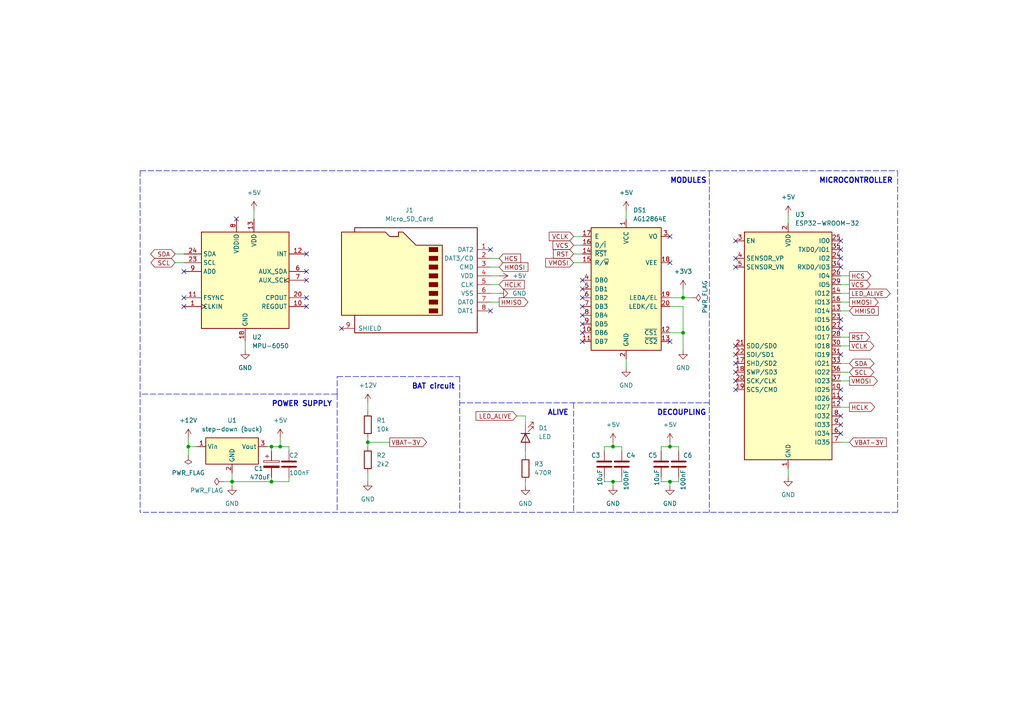
<source format=kicad_sch>
(kicad_sch (version 20211123) (generator eeschema)
  (paper "A4")
  (title_block (title "ECU1") (date "2022-09-23") (rev "v2.0.1") (company "Parahybaja") (comment 1 "demo version (only pinout)"))
  (lib_symbols
    (symbol "Connector:Micro_SD_Card" (pin_names (offset 1.016))
      (property "Reference" "J" (at -16.51 15.24 0))
      (property "Value" "Micro_SD_Card" (at 16.51 15.24 0))
      (symbol "Micro_SD_Card_0_1"
        (rectangle (start -7.62 -9.525) (end -5.08 -10.795) (fill (type outline)))
        (rectangle (start -7.62 -6.985) (end -5.08 -8.255) (fill (type outline)))
        (rectangle (start -7.62 -4.445) (end -5.08 -5.715) (fill (type outline)))
        (rectangle (start -7.62 -1.905) (end -5.08 -3.175) (fill (type outline)))
        (rectangle (start -7.62 0.635) (end -5.08 -0.635) (fill (type outline)))
        (rectangle (start -7.62 3.175) (end -5.08 1.905) (fill (type outline)))
        (rectangle (start -7.62 5.715) (end -5.08 4.445) (fill (type outline)))
        (rectangle (start -7.62 8.255) (end -5.08 6.985) (fill (type outline)))
        (polyline (pts (xy 16.51 12.7) (xy 16.51 13.97) (xy -19.05 13.97) (xy -19.05 -16.51) (xy 16.51 -16.51) (xy 16.51 -11.43)) (stroke (width 0.254)))
        (polyline (pts (xy -8.89 -11.43) (xy -8.89 8.89) (xy -1.27 8.89) (xy 2.54 12.7) (xy 3.81 12.7) (xy 3.81 11.43) (xy 6.35 11.43) (xy 7.62 12.7) (xy 20.32 12.7) (xy 20.32 -11.43) (xy -8.89 -11.43)) (stroke (width 0.254)) (fill (type background)))
      )
      (symbol "Micro_SD_Card_1_1"
        (pin bidirectional line (at -22.86 7.62 0) (length 3.81) (name "DAT2") (number "1"))
        (pin bidirectional line (at -22.86 5.08 0) (length 3.81) (name "DAT3/CD") (number "2"))
        (pin input line (at -22.86 2.54 0) (length 3.81) (name "CMD") (number "3"))
        (pin power_in line (at -22.86 0 0) (length 3.81) (name "VDD") (number "4"))
        (pin input line (at -22.86 -2.54 0) (length 3.81) (name "CLK") (number "5"))
        (pin power_in line (at -22.86 -5.08 0) (length 3.81) (name "VSS") (number "6"))
        (pin bidirectional line (at -22.86 -7.62 0) (length 3.81) (name "DAT0") (number "7"))
        (pin bidirectional line (at -22.86 -10.16 0) (length 3.81) (name "DAT1") (number "8"))
        (pin passive line (at 20.32 -15.24 180) (length 3.81) (name "SHIELD") (number "9"))
      )
    )
    (symbol "Device:C" (pin_numbers hide) (pin_names (offset 0.254))
      (property "Reference" "C" (at 0.635 2.54 0))
      (property "Value" "C" (at 0.635 -2.54 0))
      (symbol "C_0_1"
        (polyline (pts (xy -2.032 -0.762) (xy 2.032 -0.762)) (stroke (width 0.508)))
        (polyline (pts (xy -2.032 0.762) (xy 2.032 0.762)) (stroke (width 0.508)))
      )
      (symbol "C_1_1"
        (pin passive line (at 0 3.81 270) (length 2.794) (name "~") (number "1"))
        (pin passive line (at 0 -3.81 90) (length 2.794) (name "~") (number "2"))
      )
    )
    (symbol "Device:C_Polarized" (pin_numbers hide) (pin_names (offset 0.254))
      (property "Reference" "C" (at 0.635 2.54 0))
      (property "Value" "C_Polarized" (at 0.635 -2.54 0))
      (symbol "C_Polarized_0_1"
        (rectangle (start -2.286 0.508) (end 2.286 1.016))
        (polyline (pts (xy -1.778 2.286) (xy -0.762 2.286)))
        (polyline (pts (xy -1.27 2.794) (xy -1.27 1.778)))
        (rectangle (start 2.286 -0.508) (end -2.286 -1.016) (fill (type outline)))
      )
      (symbol "C_Polarized_1_1"
        (pin passive line (at 0 3.81 270) (length 2.794) (name "~") (number "1"))
        (pin passive line (at 0 -3.81 90) (length 2.794) (name "~") (number "2"))
      )
    )
    (symbol "Device:LED" (pin_numbers hide) (pin_names (offset 1.016) hide)
      (property "Reference" "D" (at 0 2.54 0))
      (property "Value" "LED" (at 0 -2.54 0))
      (symbol "LED_0_1"
        (polyline (pts (xy -1.27 -1.27) (xy -1.27 1.27)) (stroke (width 0.254)))
        (polyline (pts (xy -1.27 0) (xy 1.27 0)))
        (polyline (pts (xy 1.27 -1.27) (xy 1.27 1.27) (xy -1.27 0) (xy 1.27 -1.27)) (stroke (width 0.254)))
        (polyline (pts (xy -3.048 -0.762) (xy -4.572 -2.286) (xy -3.81 -2.286) (xy -4.572 -2.286) (xy -4.572 -1.524)))
        (polyline (pts (xy -1.778 -0.762) (xy -3.302 -2.286) (xy -2.54 -2.286) (xy -3.302 -2.286) (xy -3.302 -1.524)))
      )
      (symbol "LED_1_1"
        (pin passive line (at -3.81 0 0) (length 2.54) (name "K") (number "1"))
        (pin passive line (at 3.81 0 180) (length 2.54) (name "A") (number "2"))
      )
    )
    (symbol "Device:R" (pin_numbers hide) (pin_names (offset 0))
      (property "Reference" "R" (at 2.032 0 90))
      (property "Value" "R" (at 0 0 90))
      (symbol "R_0_1"
        (rectangle (start -1.016 -2.54) (end 1.016 2.54) (stroke (width 0.254)))
      )
      (symbol "R_1_1"
        (pin passive line (at 0 3.81 270) (length 1.27) (name "~") (number "1"))
        (pin passive line (at 0 -3.81 90) (length 1.27) (name "~") (number "2"))
      )
    )
    (symbol "Display_Graphic:AG12864E" (pin_names (offset 1.016))
      (property "Reference" "DS" (at -8.382 19.05 0))
      (property "Value" "AG12864E" (at 5.588 19.05 0))
      (symbol "AG12864E_0_1"
        (rectangle (start -10.16 17.78) (end 10.16 -17.78) (stroke (width 0.254)) (fill (type background)))
      )
      (symbol "AG12864E_1_1"
        (pin power_in line (at 0 20.32 270) (length 2.54) (name "VCC") (number "1"))
        (pin bidirectional line (at -12.7 -12.7 0) (length 2.54) (name "DB6") (number "10"))
        (pin bidirectional line (at -12.7 -15.24 0) (length 2.54) (name "DB7") (number "11"))
        (pin input line (at 12.7 -12.7 180) (length 2.54) (name "~{CS1}") (number "12"))
        (pin input line (at 12.7 -15.24 180) (length 2.54) (name "~{CS2}") (number "13"))
        (pin input line (at -12.7 10.16 0) (length 2.54) (name "~{RST}") (number "14"))
        (pin input line (at -12.7 7.62 0) (length 2.54) (name "R/~{W}") (number "15"))
        (pin input line (at -12.7 12.7 0) (length 2.54) (name "D/~{I}") (number "16"))
        (pin input line (at -12.7 15.24 0) (length 2.54) (name "E") (number "17"))
        (pin passive line (at 12.7 7.62 180) (length 2.54) (name "VEE") (number "18"))
        (pin passive line (at 12.7 -2.54 180) (length 2.54) (name "LEDA/EL") (number "19"))
        (pin power_in line (at 0 -20.32 90) (length 2.54) (name "GND") (number "2"))
        (pin passive line (at 12.7 -5.08 180) (length 2.54) (name "LEDK/EL") (number "20"))
        (pin passive line (at 12.7 15.24 180) (length 2.54) (name "VO") (number "3"))
        (pin bidirectional line (at -12.7 2.54 0) (length 2.54) (name "DB0") (number "4"))
        (pin bidirectional line (at -12.7 0 0) (length 2.54) (name "DB1") (number "5"))
        (pin bidirectional line (at -12.7 -2.54 0) (length 2.54) (name "DB2") (number "6"))
        (pin bidirectional line (at -12.7 -5.08 0) (length 2.54) (name "DB3") (number "7"))
        (pin bidirectional line (at -12.7 -7.62 0) (length 2.54) (name "DB4") (number "8"))
        (pin bidirectional line (at -12.7 -10.16 0) (length 2.54) (name "DB5") (number "9"))
      )
    )
    (symbol "RF_Module:ESP32-WROOM-32"
      (property "Reference" "U" (at -12.7 34.29 0))
      (property "Value" "ESP32-WROOM-32" (at 1.27 34.29 0))
      (symbol "ESP32-WROOM-32_0_1"
        (rectangle (start -12.7 33.02) (end 12.7 -33.02) (stroke (width 0.254)) (fill (type background)))
      )
      (symbol "ESP32-WROOM-32_1_1"
        (pin power_in line (at 0 -35.56 90) (length 2.54) (name "GND") (number "1"))
        (pin bidirectional line (at 15.24 -12.7 180) (length 2.54) (name "IO25") (number "10"))
        (pin bidirectional line (at 15.24 -15.24 180) (length 2.54) (name "IO26") (number "11"))
        (pin bidirectional line (at 15.24 -17.78 180) (length 2.54) (name "IO27") (number "12"))
        (pin bidirectional line (at 15.24 10.16 180) (length 2.54) (name "IO14") (number "13"))
        (pin bidirectional line (at 15.24 15.24 180) (length 2.54) (name "IO12") (number "14"))
        (pin passive line (at 0 -35.56 90) (length 2.54) hide (name "GND") (number "15"))
        (pin bidirectional line (at 15.24 12.7 180) (length 2.54) (name "IO13") (number "16"))
        (pin bidirectional line (at -15.24 -5.08 0) (length 2.54) (name "SHD/SD2") (number "17"))
        (pin bidirectional line (at -15.24 -7.62 0) (length 2.54) (name "SWP/SD3") (number "18"))
        (pin bidirectional line (at -15.24 -12.7 0) (length 2.54) (name "SCS/CMD") (number "19"))
        (pin power_in line (at 0 35.56 270) (length 2.54) (name "VDD") (number "2"))
        (pin bidirectional line (at -15.24 -10.16 0) (length 2.54) (name "SCK/CLK") (number "20"))
        (pin bidirectional line (at -15.24 0 0) (length 2.54) (name "SDO/SD0") (number "21"))
        (pin bidirectional line (at -15.24 -2.54 0) (length 2.54) (name "SDI/SD1") (number "22"))
        (pin bidirectional line (at 15.24 7.62 180) (length 2.54) (name "IO15") (number "23"))
        (pin bidirectional line (at 15.24 25.4 180) (length 2.54) (name "IO2") (number "24"))
        (pin bidirectional line (at 15.24 30.48 180) (length 2.54) (name "IO0") (number "25"))
        (pin bidirectional line (at 15.24 20.32 180) (length 2.54) (name "IO4") (number "26"))
        (pin bidirectional line (at 15.24 5.08 180) (length 2.54) (name "IO16") (number "27"))
        (pin bidirectional line (at 15.24 2.54 180) (length 2.54) (name "IO17") (number "28"))
        (pin bidirectional line (at 15.24 17.78 180) (length 2.54) (name "IO5") (number "29"))
        (pin input line (at -15.24 30.48 0) (length 2.54) (name "EN") (number "3"))
        (pin bidirectional line (at 15.24 0 180) (length 2.54) (name "IO18") (number "30"))
        (pin bidirectional line (at 15.24 -2.54 180) (length 2.54) (name "IO19") (number "31"))
        (pin no_connect line (at -12.7 -27.94 0) (length 2.54) hide (name "NC") (number "32"))
        (pin bidirectional line (at 15.24 -5.08 180) (length 2.54) (name "IO21") (number "33"))
        (pin bidirectional line (at 15.24 22.86 180) (length 2.54) (name "RXD0/IO3") (number "34"))
        (pin bidirectional line (at 15.24 27.94 180) (length 2.54) (name "TXD0/IO1") (number "35"))
        (pin bidirectional line (at 15.24 -7.62 180) (length 2.54) (name "IO22") (number "36"))
        (pin bidirectional line (at 15.24 -10.16 180) (length 2.54) (name "IO23") (number "37"))
        (pin passive line (at 0 -35.56 90) (length 2.54) hide (name "GND") (number "38"))
        (pin passive line (at 0 -35.56 90) (length 2.54) hide (name "GND") (number "39"))
        (pin input line (at -15.24 25.4 0) (length 2.54) (name "SENSOR_VP") (number "4"))
        (pin input line (at -15.24 22.86 0) (length 2.54) (name "SENSOR_VN") (number "5"))
        (pin input line (at 15.24 -25.4 180) (length 2.54) (name "IO34") (number "6"))
        (pin input line (at 15.24 -27.94 180) (length 2.54) (name "IO35") (number "7"))
        (pin bidirectional line (at 15.24 -20.32 180) (length 2.54) (name "IO32") (number "8"))
        (pin bidirectional line (at 15.24 -22.86 180) (length 2.54) (name "IO33") (number "9"))
      )
    )
    (symbol "Regulator_Switching:TSR_1-2412"
      (property "Reference" "U" (at -7.62 6.35 0))
      (property "Value" "TSR_1-2412" (at -1.27 6.35 0))
      (symbol "TSR_1-2412_0_1"
        (rectangle (start -7.62 5.08) (end 7.62 -2.54) (stroke (width 0.254)) (fill (type background)))
      )
      (symbol "TSR_1-2412_1_1"
        (pin power_in line (at -10.16 2.54 0) (length 2.54) (name "Vin") (number "1"))
        (pin power_in line (at 0 -5.08 90) (length 2.54) (name "GND") (number "2"))
        (pin power_out line (at 10.16 2.54 180) (length 2.54) (name "Vout") (number "3"))
      )
    )
    (symbol "Sensor_Motion:MPU-6050"
      (property "Reference" "U" (at -11.43 13.97 0))
      (property "Value" "MPU-6050" (at 7.62 -15.24 0))
      (symbol "MPU-6050_0_0"
        (text "" (at 12.7 -2.54 0) (effects (font (size 1.27 1.27))))
      )
      (symbol "MPU-6050_0_1"
        (rectangle (start -12.7 13.97) (end 12.7 -13.97) (stroke (width 0.254)) (fill (type background)))
      )
      (symbol "MPU-6050_1_1"
        (pin input clock (at -17.78 -7.62 0) (length 5.08) (name "CLKIN") (number "1"))
        (pin passive line (at 17.78 -7.62 180) (length 5.08) (name "REGOUT") (number "10"))
        (pin input line (at -17.78 -5.08 0) (length 5.08) (name "FSYNC") (number "11"))
        (pin output line (at 17.78 7.62 180) (length 5.08) (name "INT") (number "12"))
        (pin power_in line (at 2.54 17.78 270) (length 3.81) (name "VDD") (number "13"))
        (pin no_connect line (at -12.7 -10.16 0) (length 2.54) hide (name "NC") (number "14"))
        (pin no_connect line (at 12.7 12.7 180) (length 2.54) hide (name "NC") (number "15"))
        (pin no_connect line (at 12.7 10.16 180) (length 2.54) hide (name "NC") (number "16"))
        (pin no_connect line (at 12.7 5.08 180) (length 2.54) hide (name "NC") (number "17"))
        (pin power_in line (at 0 -17.78 90) (length 3.81) (name "GND") (number "18"))
        (pin no_connect line (at 12.7 -10.16 180) (length 2.54) hide (name "NC") (number "19"))
        (pin no_connect line (at -12.7 12.7 0) (length 2.54) hide (name "NC") (number "2"))
        (pin passive line (at 17.78 -5.08 180) (length 5.08) (name "CPOUT") (number "20"))
        (pin no_connect line (at 12.7 -2.54 180) (length 2.54) hide (name "NC") (number "21"))
        (pin no_connect line (at 12.7 -12.7 180) (length 2.54) hide (name "NC") (number "22"))
        (pin input line (at -17.78 5.08 0) (length 5.08) (name "SCL") (number "23"))
        (pin bidirectional line (at -17.78 7.62 0) (length 5.08) (name "SDA") (number "24"))
        (pin no_connect line (at -12.7 10.16 0) (length 2.54) hide (name "NC") (number "3"))
        (pin no_connect line (at -12.7 0 0) (length 2.54) hide (name "NC") (number "4"))
        (pin no_connect line (at -12.7 -2.54 0) (length 2.54) hide (name "NC") (number "5"))
        (pin bidirectional line (at 17.78 2.54 180) (length 5.08) (name "AUX_SDA") (number "6"))
        (pin output clock (at 17.78 0 180) (length 5.08) (name "AUX_SCL") (number "7"))
        (pin power_in line (at -2.54 17.78 270) (length 3.81) (name "VDDIO") (number "8"))
        (pin input line (at -17.78 2.54 0) (length 5.08) (name "AD0") (number "9"))
      )
    )
    (symbol "power:+12V" (power) (pin_names (offset 0))
      (property "Value" "+12V" (at 0 3.556 0))
      (symbol "+12V_0_1"
        (polyline (pts (xy -0.762 1.27) (xy 0 2.54)))
        (polyline (pts (xy 0 0) (xy 0 2.54)))
        (polyline (pts (xy 0 2.54) (xy 0.762 1.27)))
      )
      (symbol "+12V_1_1"
        (pin power_in line (at 0 0 90) (length 0) hide (name "+12V") (number "1"))
      )
    )
    (symbol "power:+3V3" (power) (pin_names (offset 0))
      (property "Value" "+3V3" (at 0 3.556 0))
      (symbol "+3V3_0_1"
        (polyline (pts (xy -0.762 1.27) (xy 0 2.54)))
        (polyline (pts (xy 0 0) (xy 0 2.54)))
        (polyline (pts (xy 0 2.54) (xy 0.762 1.27)))
      )
      (symbol "+3V3_1_1"
        (pin power_in line (at 0 0 90) (length 0) hide (name "+3V3") (number "1"))
      )
    )
    (symbol "power:+5V" (power) (pin_names (offset 0))
      (property "Value" "+5V" (at 0 3.556 0))
      (symbol "+5V_0_1"
        (polyline (pts (xy -0.762 1.27) (xy 0 2.54)))
        (polyline (pts (xy 0 0) (xy 0 2.54)))
        (polyline (pts (xy 0 2.54) (xy 0.762 1.27)))
      )
      (symbol "+5V_1_1"
        (pin power_in line (at 0 0 90) (length 0) hide (name "+5V") (number "1"))
      )
    )
    (symbol "power:GND" (power) (pin_names (offset 0))
      (property "Value" "GND" (at 0 -3.81 0))
      (symbol "GND_0_1"
        (polyline (pts (xy 0 0) (xy 0 -1.27) (xy 1.27 -1.27) (xy 0 -2.54) (xy -1.27 -1.27) (xy 0 -1.27)))
      )
      (symbol "GND_1_1"
        (pin power_in line (at 0 0 270) (length 0) hide (name "GND") (number "1"))
      )
    )
    (symbol "power:PWR_FLAG" (power) (pin_numbers hide) (pin_names (offset 0) hide)
      (property "Value" "PWR_FLAG" (at 0 3.81 0))
      (symbol "PWR_FLAG_0_0"
        (pin power_out line (at 0 0 90) (length 0) (name "pwr") (number "1"))
      )
      (symbol "PWR_FLAG_0_1"
        (polyline (pts (xy 0 0) (xy 0 1.27) (xy -1.016 1.905) (xy 0 2.54) (xy 1.016 1.905) (xy 0 1.27)))
      )
    )
  )
  (junction (at 177.8 139.7))
  (junction (at 54.61 129.54))
  (junction (at 81.28 129.54))
  (junction (at 194.31 129.54))
  (junction (at 177.8 129.54))
  (junction (at 106.68 128.27))
  (junction (at 194.31 139.7))
  (junction (at 67.31 139.7))
  (junction (at 78.74 129.54))
  (junction (at 78.74 139.7))
  (junction (at 198.12 96.52))
  (junction (at 198.12 86.36))
  (no_connect (at 194.31 99.06))
  (no_connect (at 168.91 81.28))
  (no_connect (at 168.91 83.82))
  (no_connect (at 168.91 86.36))
  (no_connect (at 194.31 76.2))
  (no_connect (at 168.91 99.06))
  (no_connect (at 168.91 96.52))
  (no_connect (at 168.91 91.44))
  (no_connect (at 168.91 88.9))
  (no_connect (at 168.91 93.98))
  (no_connect (at 243.84 102.87))
  (no_connect (at 194.31 68.58))
  (no_connect (at 213.36 77.47))
  (no_connect (at 243.84 77.47))
  (no_connect (at 243.84 72.39))
  (no_connect (at 213.36 74.93))
  (no_connect (at 99.06 95.25))
  (no_connect (at 142.24 90.17))
  (no_connect (at 142.24 72.39))
  (no_connect (at 243.84 74.93))
  (no_connect (at 243.84 69.85))
  (no_connect (at 213.36 69.85))
  (no_connect (at 213.36 107.95))
  (no_connect (at 213.36 110.49))
  (no_connect (at 213.36 113.03))
  (no_connect (at 213.36 100.33))
  (no_connect (at 213.36 102.87))
  (no_connect (at 213.36 105.41))
  (no_connect (at 243.84 113.03))
  (no_connect (at 243.84 115.57))
  (no_connect (at 243.84 125.73))
  (no_connect (at 243.84 120.65))
  (no_connect (at 243.84 123.19))
  (no_connect (at 243.84 95.25))
  (no_connect (at 243.84 92.71))
  (no_connect (at 88.9 73.66))
  (no_connect (at 53.34 88.9))
  (no_connect (at 88.9 88.9))
  (no_connect (at 88.9 78.74))
  (no_connect (at 88.9 86.36))
  (no_connect (at 88.9 81.28))
  (no_connect (at 53.34 78.74))
  (no_connect (at 68.58 63.5))
  (no_connect (at 53.34 86.36))
  (wire (pts (xy 177.8 140.97) (xy 177.8 139.7)))
  (wire (pts (xy 243.84 105.41) (xy 246.38 105.41)))
  (polyline (pts (xy 97.79 114.3) (xy 40.64 114.3)))
  (wire (pts (xy 142.24 85.09) (xy 144.78 85.09)))
  (wire (pts (xy 198.12 88.9) (xy 194.31 88.9)))
  (wire (pts (xy 198.12 86.36) (xy 200.66 86.36)))
  (wire (pts (xy 243.84 85.09) (xy 246.38 85.09)))
  (polyline (pts (xy 166.37 116.84) (xy 166.37 148.59)))
  (wire (pts (xy 83.82 129.54) (xy 81.28 129.54)))
  (wire (pts (xy 194.31 129.54) (xy 194.31 128.27)))
  (wire (pts (xy 198.12 96.52) (xy 198.12 88.9)))
  (wire (pts (xy 194.31 140.97) (xy 194.31 139.7)))
  (wire (pts (xy 142.24 74.93) (xy 144.78 74.93)))
  (polyline (pts (xy 40.64 49.53) (xy 40.64 148.59)))
  (polyline (pts (xy 260.35 49.53) (xy 260.35 148.59)))
  (polyline (pts (xy 97.79 114.3) (xy 97.79 148.59)))
  (polyline (pts (xy 97.79 109.22) (xy 133.35 109.22)))
  (polyline (pts (xy 40.64 49.53) (xy 260.35 49.53)))
  (wire (pts (xy 54.61 127) (xy 54.61 129.54)))
  (wire (pts (xy 243.84 110.49) (xy 246.38 110.49)))
  (wire (pts (xy 180.34 129.54) (xy 180.34 130.81)))
  (wire (pts (xy 166.37 68.58) (xy 168.91 68.58)))
  (wire (pts (xy 198.12 86.36) (xy 194.31 86.36)))
  (wire (pts (xy 243.84 87.63) (xy 246.38 87.63)))
  (wire (pts (xy 67.31 139.7) (xy 67.31 140.97)))
  (wire (pts (xy 152.4 139.7) (xy 152.4 140.97)))
  (wire (pts (xy 106.68 127) (xy 106.68 128.27)))
  (wire (pts (xy 194.31 139.7) (xy 191.77 139.7)))
  (wire (pts (xy 81.28 127) (xy 81.28 129.54)))
  (wire (pts (xy 81.28 129.54) (xy 78.74 129.54)))
  (wire (pts (xy 243.84 80.01) (xy 246.38 80.01)))
  (wire (pts (xy 177.8 129.54) (xy 180.34 129.54)))
  (wire (pts (xy 78.74 129.54) (xy 77.47 129.54)))
  (wire (pts (xy 50.8 76.2) (xy 53.34 76.2)))
  (polyline (pts (xy 133.35 109.22) (xy 133.35 148.59)))
  (wire (pts (xy 166.37 71.12) (xy 168.91 71.12)))
  (wire (pts (xy 243.84 82.55) (xy 246.38 82.55)))
  (wire (pts (xy 243.84 118.11) (xy 246.38 118.11)))
  (wire (pts (xy 71.12 99.06) (xy 71.12 101.6)))
  (wire (pts (xy 152.4 120.65) (xy 152.4 123.19)))
  (wire (pts (xy 194.31 96.52) (xy 198.12 96.52)))
  (wire (pts (xy 83.82 130.81) (xy 83.82 129.54)))
  (polyline (pts (xy 205.74 49.53) (xy 205.74 148.59)))
  (wire (pts (xy 152.4 130.81) (xy 152.4 132.08)))
  (wire (pts (xy 106.68 116.84) (xy 106.68 119.38)))
  (wire (pts (xy 243.84 90.17) (xy 246.38 90.17)))
  (wire (pts (xy 191.77 130.81) (xy 191.77 129.54)))
  (wire (pts (xy 106.68 128.27) (xy 106.68 129.54)))
  (wire (pts (xy 191.77 139.7) (xy 191.77 138.43)))
  (wire (pts (xy 198.12 101.6) (xy 198.12 96.52)))
  (wire (pts (xy 106.68 128.27) (xy 113.03 128.27)))
  (wire (pts (xy 166.37 76.2) (xy 168.91 76.2)))
  (wire (pts (xy 243.84 100.33) (xy 246.38 100.33)))
  (wire (pts (xy 243.84 97.79) (xy 246.38 97.79)))
  (wire (pts (xy 83.82 138.43) (xy 83.82 139.7)))
  (polyline (pts (xy 260.35 148.59) (xy 40.64 148.59)))
  (wire (pts (xy 54.61 129.54) (xy 57.15 129.54)))
  (wire (pts (xy 180.34 139.7) (xy 180.34 138.43)))
  (wire (pts (xy 73.66 60.96) (xy 73.66 63.5)))
  (wire (pts (xy 175.26 130.81) (xy 175.26 129.54)))
  (wire (pts (xy 198.12 83.82) (xy 198.12 86.36)))
  (wire (pts (xy 175.26 129.54) (xy 177.8 129.54)))
  (wire (pts (xy 181.61 60.96) (xy 181.61 63.5)))
  (wire (pts (xy 166.37 73.66) (xy 168.91 73.66)))
  (wire (pts (xy 175.26 139.7) (xy 175.26 138.43)))
  (wire (pts (xy 54.61 129.54) (xy 54.61 132.08)))
  (wire (pts (xy 177.8 129.54) (xy 177.8 128.27)))
  (wire (pts (xy 142.24 80.01) (xy 144.78 80.01)))
  (wire (pts (xy 196.85 129.54) (xy 196.85 130.81)))
  (wire (pts (xy 64.77 139.7) (xy 67.31 139.7)))
  (wire (pts (xy 78.74 139.7) (xy 67.31 139.7)))
  (wire (pts (xy 83.82 139.7) (xy 78.74 139.7)))
  (wire (pts (xy 228.6 135.89) (xy 228.6 138.43)))
  (wire (pts (xy 50.8 73.66) (xy 53.34 73.66)))
  (wire (pts (xy 181.61 104.14) (xy 181.61 106.68)))
  (wire (pts (xy 194.31 139.7) (xy 196.85 139.7)))
  (wire (pts (xy 177.8 139.7) (xy 180.34 139.7)))
  (wire (pts (xy 149.86 120.65) (xy 152.4 120.65)))
  (wire (pts (xy 78.74 138.43) (xy 78.74 139.7)))
  (wire (pts (xy 142.24 77.47) (xy 144.78 77.47)))
  (wire (pts (xy 194.31 129.54) (xy 196.85 129.54)))
  (wire (pts (xy 67.31 137.16) (xy 67.31 139.7)))
  (polyline (pts (xy 97.79 114.3) (xy 97.79 109.22)))
  (wire (pts (xy 228.6 62.23) (xy 228.6 64.77)))
  (wire (pts (xy 177.8 139.7) (xy 175.26 139.7)))
  (wire (pts (xy 196.85 139.7) (xy 196.85 138.43)))
  (wire (pts (xy 142.24 87.63) (xy 144.78 87.63)))
  (wire (pts (xy 106.68 137.16) (xy 106.68 139.7)))
  (wire (pts (xy 243.84 107.95) (xy 246.38 107.95)))
  (wire (pts (xy 191.77 129.54) (xy 194.31 129.54)))
  (wire (pts (xy 78.74 129.54) (xy 78.74 130.81)))
  (wire (pts (xy 142.24 82.55) (xy 144.78 82.55)))
  (wire (pts (xy 243.84 128.27) (xy 246.38 128.27)))
  (polyline (pts (xy 205.74 116.84) (xy 133.35 116.84)))
  (text "BAT circuit" (at 119.38 113.03 0) (effects (font (size 1.5 1.5) bold) (justify left bottom)))
  (text "POWER SUPPLY" (at 78.74 118.11 0) (effects (font (size 1.5 1.5) (thickness 0.3) bold) (justify left bottom)))
  (text "MODULES" (at 194.31 53.34 0) (effects (font (size 1.5 1.5) (thickness 0.3) bold) (justify left bottom)))
  (text "MICROCONTROLLER" (at 237.49 53.34 0) (effects (font (size 1.5 1.5) (thickness 0.3) bold) (justify left bottom)))
  (text "DECOUPLING" (at 190.5 120.65 0) (effects (font (size 1.5 1.5) bold) (justify left bottom)))
  (text "ALIVE" (at 158.75 120.65 0) (effects (font (size 1.5 1.5) bold) (justify left bottom)))
  (global_label "SDA" (shape bidirectional) (at 50.8 73.66 180) (property "Intersheet References" "${INTERSHEET_REFS}" (effects hide)))
  (global_label "HMISO" (shape input) (at 246.38 90.17 0) (property "Intersheet References" "${INTERSHEET_REFS}" (effects hide)))
  (global_label "VCS" (shape input) (at 166.37 71.12 180) (property "Intersheet References" "${INTERSHEET_REFS}" (effects hide)))
  (global_label "HMOSI" (shape output) (at 246.38 87.63 0) (property "Intersheet References" "${INTERSHEET_REFS}" (effects hide)))
  (global_label "SCL" (shape bidirectional) (at 246.38 107.95 0) (property "Intersheet References" "${INTERSHEET_REFS}" (effects hide)))
  (global_label "HCLK" (shape input) (at 144.78 82.55 0) (property "Intersheet References" "${INTERSHEET_REFS}" (effects hide)))
  (global_label "VBAT-3V" (shape input) (at 246.38 128.27 0) (property "Intersheet References" "${INTERSHEET_REFS}" (effects hide)))
  (global_label "VBAT-3V" (shape output) (at 113.03 128.27 0) (property "Intersheet References" "${INTERSHEET_REFS}" (effects hide)))
  (global_label "LED_ALIVE" (shape output) (at 246.38 85.09 0) (property "Intersheet References" "${INTERSHEET_REFS}" (effects hide)))
  (global_label "SDA" (shape bidirectional) (at 246.38 105.41 0) (property "Intersheet References" "${INTERSHEET_REFS}" (effects hide)))
  (global_label "HCLK" (shape output) (at 246.38 118.11 0) (property "Intersheet References" "${INTERSHEET_REFS}" (effects hide)))
  (global_label "RST" (shape input) (at 166.37 73.66 180) (property "Intersheet References" "${INTERSHEET_REFS}" (effects hide)))
  (global_label "VCLK" (shape output) (at 246.38 100.33 0) (property "Intersheet References" "${INTERSHEET_REFS}" (effects hide)))
  (global_label "SCL" (shape bidirectional) (at 50.8 76.2 180) (property "Intersheet References" "${INTERSHEET_REFS}" (effects hide)))
  (global_label "HMOSI" (shape input) (at 144.78 77.47 0) (property "Intersheet References" "${INTERSHEET_REFS}" (effects hide)))
  (global_label "HCS" (shape output) (at 246.38 80.01 0) (property "Intersheet References" "${INTERSHEET_REFS}" (effects hide)))
  (global_label "VMOSI" (shape input) (at 166.37 76.2 180) (property "Intersheet References" "${INTERSHEET_REFS}" (effects hide)))
  (global_label "RST" (shape output) (at 246.38 97.79 0) (property "Intersheet References" "${INTERSHEET_REFS}" (effects hide)))
  (global_label "HCS" (shape input) (at 144.78 74.93 0) (property "Intersheet References" "${INTERSHEET_REFS}" (effects hide)))
  (global_label "LED_ALIVE" (shape input) (at 149.86 120.65 180) (property "Intersheet References" "${INTERSHEET_REFS}" (effects hide)))
  (global_label "VCLK" (shape input) (at 166.37 68.58 180) (property "Intersheet References" "${INTERSHEET_REFS}" (effects hide)))
  (global_label "VMOSI" (shape output) (at 246.38 110.49 0) (property "Intersheet References" "${INTERSHEET_REFS}" (effects hide)))
  (global_label "VCS" (shape output) (at 246.38 82.55 0) (property "Intersheet References" "${INTERSHEET_REFS}" (effects hide)))
  (global_label "HMISO" (shape output) (at 144.78 87.63 0) (property "Intersheet References" "${INTERSHEET_REFS}" (effects hide)))
  (symbol (lib_id "power:+3V3") (at 198.12 83.82 0) (unit 1)
    (property "Reference" "#PWR017" (effects hide))
    (property "Value" "+3V3" (at 198.12 78.74 0))
  )
  (symbol (lib_id "power:PWR_FLAG") (at 64.77 139.7 90) (unit 1)
    (property "Reference" "#FLG02" (effects hide))
    (property "Value" "PWR_FLAG" (at 64.77 142.24 90) (effects (justify left)))
  )
  (symbol (lib_id "power:GND") (at 144.78 85.09 90) (unit 1)
    (property "Reference" "#PWR09" (effects hide))
    (property "Value" "GND" (at 148.59 85.0899 90) (effects (justify right)))
  )
  (symbol (lib_id "power:GND") (at 228.6 138.43 0) (unit 1)
    (property "Reference" "#PWR020" (effects hide))
    (property "Value" "GND" (at 228.6 143.51 0))
  )
  (symbol (lib_id "power:+5V") (at 177.8 128.27 0) (unit 1)
    (property "Reference" "#PWR011" (effects hide))
    (property "Value" "+5V" (at 177.8 123.19 0))
  )
  (symbol (lib_id "Device:R") (at 152.4 135.89 0) (unit 1)
    (property "Reference" "R3" (at 154.94 134.6199 0) (effects (justify left)))
    (property "Value" "470R" (at 154.94 137.1599 0) (effects (justify left)))
  )
  (symbol (lib_id "Display_Graphic:AG12864E") (at 181.61 83.82 0) (unit 1)
    (property "Reference" "DS1" (at 183.6294 60.96 0) (effects (justify left)))
    (property "Value" "AG12864E" (at 183.6294 63.5 0) (effects (justify left)))
    (property "Footprint" "Display:AG12864E" (effects hide))
    (property "Datasheet" "https://www.digchip.com/datasheets/parts/datasheet/1121/AG-12864E-pdf.php" (effects hide))
  )
  (symbol (lib_id "Regulator_Switching:TSR_1-2412") (at 67.31 132.08 0) (unit 1)
    (property "Reference" "U1" (at 67.31 121.92 0))
    (property "Value" "step-down (buck)" (at 67.31 124.46 0))
    (property "Footprint" "Converter_DCDC:Converter_DCDC_TRACO_TSR-1_THT" (effects hide))
    (property "Datasheet" "http://www.tracopower.com/products/tsr1.pdf" (effects hide))
  )
  (symbol (lib_id "power:GND") (at 106.68 139.7 0) (unit 1)
    (property "Reference" "#PWR07" (effects hide))
    (property "Value" "GND" (at 106.68 144.78 0))
  )
  (symbol (lib_id "power:GND") (at 181.61 106.68 0) (unit 1)
    (property "Reference" "#PWR014" (effects hide))
    (property "Value" "GND" (at 181.61 111.76 0))
  )
  (symbol (lib_id "Device:C") (at 196.85 134.62 0) (unit 1)
    (property "Reference" "C6" (at 198.12 132.08 0) (effects (justify left)))
    (property "Value" "100nF" (at 198.12 142.24 90) (effects (justify left)))
  )
  (symbol (lib_id "Device:C") (at 191.77 134.62 0) (unit 1)
    (property "Reference" "C5" (at 187.96 132.08 0) (effects (justify left)))
    (property "Value" "10uF" (at 190.5 140.97 90) (effects (justify left)))
  )
  (symbol (lib_id "power:+5V") (at 228.6 62.23 0) (unit 1)
    (property "Reference" "#PWR019" (effects hide))
    (property "Value" "+5V" (at 228.6 57.15 0))
  )
  (symbol (lib_id "power:GND") (at 198.12 101.6 0) (unit 1)
    (property "Reference" "#PWR018" (effects hide))
    (property "Value" "GND" (at 198.12 106.68 0))
  )
  (symbol (lib_id "Sensor_Motion:MPU-6050") (at 71.12 81.28 0) (unit 1)
    (property "Reference" "U2" (at 73.1394 97.79 0) (effects (justify left)))
    (property "Value" "MPU-6050" (at 73.1394 100.33 0) (effects (justify left)))
    (property "Footprint" "Sensor_Motion:InvenSense_QFN-24_4x4mm_P0.5mm" (effects hide))
    (property "Datasheet" "https://store.invensense.com/datasheets/invensense/MPU-6050_DataSheet_V3%204.pdf" (effects hide))
  )
  (symbol (lib_id "RF_Module:ESP32-WROOM-32") (at 228.6 100.33 0) (unit 1)
    (property "Reference" "U3" (at 230.6194 62.23 0) (effects (justify left)))
    (property "Value" "ESP32-WROOM-32" (at 230.6194 64.77 0) (effects (justify left)))
    (property "Footprint" "RF_Module:ESP32-WROOM-32" (effects hide))
    (property "Datasheet" "https://www.espressif.com/sites/default/files/documentation/esp32-wroom-32_datasheet_en.pdf" (effects hide))
  )
  (symbol (lib_id "Device:C_Polarized") (at 78.74 134.62 0) (unit 1)
    (property "Reference" "C1" (at 73.66 135.89 0) (effects (justify left)))
    (property "Value" "470uF" (at 72.39 138.43 0) (effects (justify left)))
  )
  (symbol (lib_id "power:+5V") (at 73.66 60.96 0) (unit 1)
    (property "Reference" "#PWR04" (effects hide))
    (property "Value" "+5V" (at 73.66 55.88 0))
  )
  (symbol (lib_id "Device:C") (at 175.26 134.62 0) (unit 1)
    (property "Reference" "C3" (at 171.45 132.08 0) (effects (justify left)))
    (property "Value" "10uF" (at 173.99 140.97 90) (effects (justify left)))
  )
  (symbol (lib_id "Connector:Micro_SD_Card") (at 119.38 80.01 0) (mirror y) (unit 1)
    (property "Reference" "J1" (at 118.745 60.96 0))
    (property "Value" "Micro_SD_Card" (at 118.745 63.5 0))
    (property "Datasheet" "http://katalog.we-online.de/em/datasheet/693072010801.pdf" (effects hide))
  )
  (symbol (lib_id "power:+5V") (at 144.78 80.01 270) (unit 1)
    (property "Reference" "#PWR08" (effects hide))
    (property "Value" "+5V" (at 148.59 80.0099 90) (effects (justify left)))
  )
  (symbol (lib_id "power:GND") (at 67.31 140.97 0) (unit 1)
    (property "Reference" "#PWR02" (effects hide))
    (property "Value" "GND" (at 67.31 146.05 0))
  )
  (symbol (lib_id "power:PWR_FLAG") (at 200.66 86.36 270) (unit 1)
    (property "Reference" "#FLG03" (effects hide))
    (property "Value" "PWR_FLAG" (at 204.47 81.28 0) (effects (justify left)))
  )
  (symbol (lib_id "power:+5V") (at 181.61 60.96 0) (unit 1)
    (property "Reference" "#PWR013" (effects hide))
    (property "Value" "+5V" (at 181.61 55.88 0))
  )
  (symbol (lib_id "Device:R") (at 106.68 133.35 0) (unit 1)
    (property "Reference" "R2" (at 109.22 132.0799 0) (effects (justify left)))
    (property "Value" "2k2" (at 109.22 134.6199 0) (effects (justify left)))
  )
  (symbol (lib_id "power:GND") (at 194.31 140.97 0) (unit 1)
    (property "Reference" "#PWR016" (effects hide))
    (property "Value" "GND" (at 194.31 146.05 0))
  )
  (symbol (lib_id "power:+5V") (at 194.31 128.27 0) (unit 1)
    (property "Reference" "#PWR015" (effects hide))
    (property "Value" "+5V" (at 194.31 123.19 0))
  )
  (symbol (lib_id "Device:C") (at 83.82 134.62 0) (unit 1)
    (property "Reference" "C2" (at 83.82 132.08 0) (effects (justify left)))
    (property "Value" "100nF" (at 83.82 137.16 0) (effects (justify left)))
  )
  (symbol (lib_id "Device:LED") (at 152.4 127 90) (mirror x) (unit 1)
    (property "Reference" "D1" (at 156.21 124.1424 90) (effects (justify right)))
    (property "Value" "LED" (at 156.21 126.6824 90) (effects (justify right)))
  )
  (symbol (lib_id "power:+12V") (at 106.68 116.84 0) (unit 1)
    (property "Reference" "#PWR06" (effects hide))
    (property "Value" "+12V" (at 106.68 111.76 0))
  )
  (symbol (lib_id "Device:C") (at 180.34 134.62 0) (unit 1)
    (property "Reference" "C4" (at 181.61 132.08 0) (effects (justify left)))
    (property "Value" "100nF" (at 181.61 142.24 90) (effects (justify left)))
  )
  (symbol (lib_id "power:GND") (at 177.8 140.97 0) (unit 1)
    (property "Reference" "#PWR012" (effects hide))
    (property "Value" "GND" (at 177.8 146.05 0))
  )
  (symbol (lib_id "power:+5V") (at 81.28 127 0) (unit 1)
    (property "Reference" "#PWR05" (effects hide))
    (property "Value" "+5V" (at 81.28 121.92 0))
  )
  (symbol (lib_id "Device:R") (at 106.68 123.19 0) (unit 1)
    (property "Reference" "R1" (at 109.22 121.9199 0) (effects (justify left)))
    (property "Value" "10k" (at 109.22 124.4599 0) (effects (justify left)))
  )
  (symbol (lib_id "power:+12V") (at 54.61 127 0) (unit 1)
    (property "Reference" "#PWR01" (effects hide))
    (property "Value" "+12V" (at 54.61 121.92 0))
  )
  (symbol (lib_id "power:GND") (at 71.12 101.6 0) (unit 1)
    (property "Reference" "#PWR03" (effects hide))
    (property "Value" "GND" (at 71.12 106.68 0))
  )
  (symbol (lib_id "power:GND") (at 152.4 140.97 0) (unit 1)
    (property "Reference" "#PWR010" (effects hide))
    (property "Value" "GND" (at 152.4 146.05 0))
  )
  (symbol (lib_id "power:PWR_FLAG") (at 54.61 132.08 180) (unit 1)
    (property "Reference" "#FLG01" (effects hide))
    (property "Value" "PWR_FLAG" (at 54.61 137.16 0))
  )
)
</source>
